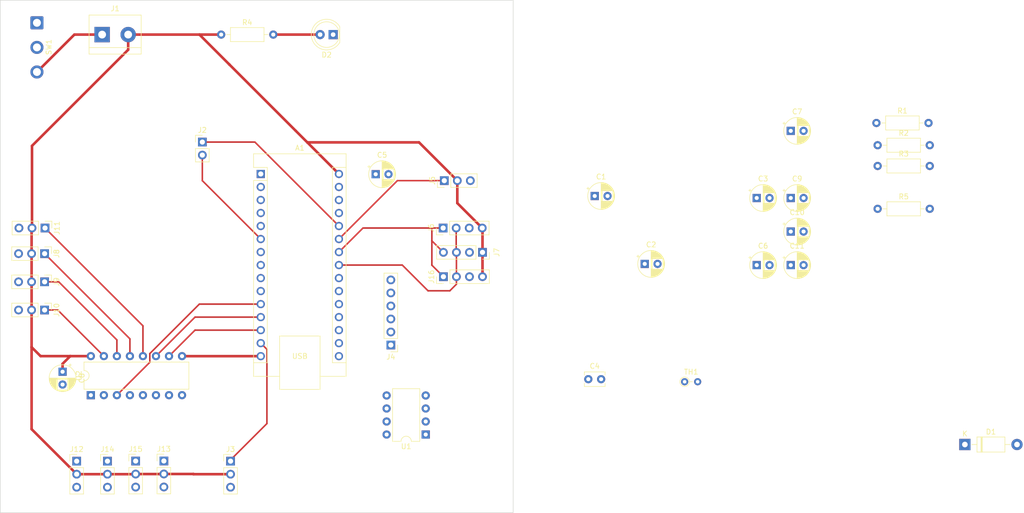
<source format=kicad_pcb>
(kicad_pcb (version 20240108) (generator "pcbnew") (generator_version "8.0")
  (layers (0 "F.Cu" signal) (31 "B.Cu" signal) (34 "B.Paste" user) (35 "F.Paste" user) (36 "B.SilkS" user "B.Silkscreen") (37 "F.SilkS" user "F.Silkscreen") (38 "B.Mask" user) (39 "F.Mask" user) (44 "Edge.Cuts" user))
  (net 0 "")
  (net 1 "/ADC7")
  (net 2 "/SCL")
  (net 3 "/OC2B")
  (net 4 "/IN2")
  (net 6 "/IN3")
  (net 7 "/OC0A")
  (net 10 "/IN1")
  (net 11 "/OC0B")
  (net 12 "/IN4")
  (net 14 "GND")
  (net 15 "/C")
  (net 16 "/A")
  (net 18 "+5V")
  (net 21 "/OC2A")
  (net 22 "/NTC_Vout(ADC3)")
  (net 26 "/SDA")
  (net 27 "/Echo&Trig")
  (net 29 "/ADC6")
  (net 30 "/B")
  (net 31 "Net-(U1--)")
  (net 34 "Net-(D2-A)")
  (net 35 "Net-(J1-Pin_1)")
  (net 36 "Net-(U1-+)")
  (net 40 "Net-(J8-Pin_1)")
  (net 41 "Net-(J9-Pin_1)")
  (net 42 "Net-(J10-Pin_1)")
  (net 43 "Net-(J11-Pin_1)")
  (net 44 "Net-(J12-Pin_1)")
  (net 45 "Net-(J13-Pin_1)")
  (net 46 "Net-(J14-Pin_1)")
  (net 47 "Net-(J15-Pin_1)")
  (footprint "Capacitor_THT:CP_Radial_D5.0mm_P2.50mm" (layer "F.Cu") (at 217.579775 88.89)
    (property "Reference" "C3" (at 1.25 -3.75 0) (layer "F.SilkS"))
    (property "Value" "0.1uF")
    (pad "1" thru_hole rect (at 0 0) (size 1.6 1.6) (drill 0.8) (layers "*.Cu" "*.Mask") (net 18 "+5V"))
    (pad "2" thru_hole circle (at 2.5 0) (size 1.6 1.6) (drill 0.8) (layers "*.Cu" "*.Mask") (net 14 "GND"))
  )
  (footprint "Capacitor_THT:C_Disc_D3.8mm_W2.6mm_P2.50mm" (layer "F.Cu") (at 184.75 124.25)
    (property "Reference" "C4" (at 1.25 -2.55 0) (layer "F.SilkS"))
    (property "Value" "C")
    (pad "1" thru_hole circle (at 0 0) (size 1.6 1.6) (drill 0.8) (layers "*.Cu" "*.Mask") (net 31 "Net-(U1--)"))
    (pad "2" thru_hole circle (at 2.5 0) (size 1.6 1.6) (drill 0.8) (layers "*.Cu" "*.Mask") (net 22 "/NTC_Vout(ADC3)"))
  )
  (footprint "Capacitor_THT:CP_Radial_D5.0mm_P2.50mm" (layer "F.Cu") (at 143.294888 84.25)
    (property "Reference" "C5" (at 1.25 -3.75 360) (layer "F.SilkS"))
    (property "Value" "0.1uF")
    (pad "1" thru_hole rect (at 0 0) (size 1.6 1.6) (drill 0.8) (layers "*.Cu" "*.Mask") (net 18 "+5V"))
    (pad "2" thru_hole circle (at 2.5 0) (size 1.6 1.6) (drill 0.8) (layers "*.Cu" "*.Mask") (net 14 "GND"))
  )
  (footprint "Resistor_THT:R_Axial_DIN0207_L6.3mm_D2.5mm_P10.16mm_Horizontal" (layer "F.Cu") (at 241.16 91)
    (property "Reference" "R5" (at 5.08 -2.37 0) (layer "F.SilkS"))
    (property "Value" "R")
    (pad "1" thru_hole circle (at 0 0) (size 1.6 1.6) (drill 0.8) (layers "*.Cu" "*.Mask") (net 22 "/NTC_Vout(ADC3)"))
    (pad "2" thru_hole oval (at 10.16 0) (size 1.6 1.6) (drill 0.8) (layers "*.Cu" "*.Mask") (net 31 "Net-(U1--)"))
  )
  (footprint "Connector_PinHeader_2.54mm:PinHeader_1x03_P2.54mm_Vertical" (layer "F.Cu") (at 78.75 110.75 -90)
    (property "Reference" "J10" (at 0 -2.33 90) (layer "F.SilkS"))
    (property "Value" "Conn_01x03_Pin")
    (pad "1" thru_hole rect (at 0 0 270) (size 1.7 1.7) (drill 1) (layers "*.Cu" "*.Mask") (net 42 "Net-(J10-Pin_1)"))
    (pad "2" thru_hole oval (at 0 2.54 270) (size 1.7 1.7) (drill 1) (layers "*.Cu" "*.Mask") (net 18 "+5V"))
    (pad "3" thru_hole oval (at 0 5.08 270) (size 1.7 1.7) (drill 1) (layers "*.Cu" "*.Mask") (net 14 "GND"))
  )
  (footprint "Capacitor_THT:CP_Radial_D5.0mm_P2.50mm" (layer "F.Cu") (at 186 88.5)
    (property "Reference" "C1" (at 1.25 -3.75 0) (layer "F.SilkS"))
    (property "Value" "0.1uF")
    (pad "1" thru_hole rect (at 0 0) (size 1.6 1.6) (drill 0.8) (layers "*.Cu" "*.Mask") (net 18 "+5V"))
    (pad "2" thru_hole circle (at 2.5 0) (size 1.6 1.6) (drill 0.8) (layers "*.Cu" "*.Mask") (net 14 "GND"))
  )
  (footprint "Connector_Wire:SolderWire-0.75sqmm_1x03_P4.8mm_D1.25mm_OD2.3mm" (layer "F.Cu") (at 77.25 54.7 -90)
    (property "Reference" "SW1" (at 4.74 -2.32 90) (layer "F.SilkS"))
    (property "Value" "SW_SPDT")
    (pad "1" thru_hole roundrect (at 0 0 270) (size 2.55 2.55) (drill 1.55) (layers "*.Cu" "*.Mask") (roundrect_rratio 0.098039))
    (pad "2" thru_hole circle (at 4.8 0 270) (size 2.55 2.55) (drill 1.55) (layers "*.Cu" "*.Mask") (net 14 "GND"))
    (pad "3" thru_hole circle (at 9.6 0 270) (size 2.55 2.55) (drill 1.55) (layers "*.Cu" "*.Mask") (net 35 "Net-(J1-Pin_1)"))
  )
  (footprint "Capacitor_THT:CP_Radial_D5.0mm_P2.50mm" (layer "F.Cu") (at 224.21955 101.99)
    (property "Reference" "C11" (at 1.25 -3.75 0) (layer "F.SilkS"))
    (property "Value" "0.1uF")
    (pad "1" thru_hole rect (at 0 0) (size 1.6 1.6) (drill 0.8) (layers "*.Cu" "*.Mask") (net 18 "+5V"))
    (pad "2" thru_hole circle (at 2.5 0) (size 1.6 1.6) (drill 0.8) (layers "*.Cu" "*.Mask") (net 14 "GND"))
  )
  (footprint "Capacitor_THT:CP_Radial_D5.0mm_P2.50mm" (layer "F.Cu") (at 217.579775 101.99)
    (property "Reference" "C6" (at 1.25 -3.75 0) (layer "F.SilkS"))
    (property "Value" "0.1uF")
    (pad "1" thru_hole rect (at 0 0) (size 1.6 1.6) (drill 0.8) (layers "*.Cu" "*.Mask") (net 18 "+5V"))
    (pad "2" thru_hole circle (at 2.5 0) (size 1.6 1.6) (drill 0.8) (layers "*.Cu" "*.Mask") (net 14 "GND"))
  )
  (footprint "Connector_PinHeader_2.54mm:PinHeader_1x03_P2.54mm_Vertical" (layer "F.Cu") (at 102 140.21)
    (property "Reference" "J13" (at 0 -2.33 360) (layer "F.SilkS"))
    (property "Value" "Conn_01x03_Pin")
    (pad "1" thru_hole rect (at 0 0) (size 1.7 1.7) (drill 1) (layers "*.Cu" "*.Mask") (net 45 "Net-(J13-Pin_1)"))
    (pad "2" thru_hole oval (at 0 2.54) (size 1.7 1.7) (drill 1) (layers "*.Cu" "*.Mask") (net 18 "+5V"))
    (pad "3" thru_hole oval (at 0 5.08) (size 1.7 1.7) (drill 1) (layers "*.Cu" "*.Mask") (net 14 "GND"))
  )
  (footprint "TerminalBlock:TerminalBlock_bornier-2_P5.08mm" (layer "F.Cu") (at 89.96 57)
    (property "Reference" "J1" (at 2.54 -5.08 360) (layer "F.SilkS"))
    (property "Value" "Power Input")
    (pad "1" thru_hole rect (at 0 0) (size 3 3) (drill 1.52) (layers "*.Cu" "*.Mask") (net 35 "Net-(J1-Pin_1)"))
    (pad "2" thru_hole circle (at 5.08 0) (size 3 3) (drill 1.52) (layers "*.Cu" "*.Mask") (net 18 "+5V"))
  )
  (footprint "Connector_PinHeader_2.54mm:PinHeader_1x04_P2.54mm_Vertical" (layer "F.Cu") (at 156.5 104.25 90)
    (property "Reference" "J16" (at 0 -2.33 90) (layer "F.SilkS"))
    (property "Value" "Spare I2C PINS")
    (pad "1" thru_hole rect (at 0 0 90) (size 1.7 1.7) (drill 1) (layers "*.Cu" "*.Mask") (net 2 "/SCL"))
    (pad "2" thru_hole oval (at 0 2.54 90) (size 1.7 1.7) (drill 1) (layers "*.Cu" "*.Mask") (net 26 "/SDA"))
    (pad "3" thru_hole oval (at 0 5.08 90) (size 1.7 1.7) (drill 1) (layers "*.Cu" "*.Mask") (net 14 "GND"))
    (pad "4" thru_hole oval (at 0 7.62 90) (size 1.7 1.7) (drill 1) (layers "*.Cu" "*.Mask") (net 18 "+5V"))
  )
  (footprint "Package_DIP:DIP-8_W7.62mm" (layer "F.Cu") (at 153.05 135.05 180)
    (property "Reference" "U1" (at 3.81 -2.33 360) (layer "F.SilkS"))
    (property "Value" "~")
    (pad "1" thru_hole rect (at 0 0 180) (size 1.6 1.6) (drill 0.8) (layers "*.Cu" "*.Mask") (net 36 "Net-(U1-+)"))
    (pad "2" thru_hole oval (at 0 2.54 180) (size 1.6 1.6) (drill 0.8) (layers "*.Cu" "*.Mask") (net 31 "Net-(U1--)"))
    (pad "3" thru_hole oval (at 0 5.08 180) (size 1.6 1.6) (drill 0.8) (layers "*.Cu" "*.Mask") (net 18 "+5V"))
    (pad "4" thru_hole oval (at 0 7.62 180) (size 1.6 1.6) (drill 0.8) (layers "*.Cu" "*.Mask") (net 14 "GND"))
    (pad "5" thru_hole oval (at 7.62 7.62 180) (size 1.6 1.6) (drill 0.8) (layers "*.Cu" "*.Mask") (net 22 "/NTC_Vout(ADC3)"))
    (pad "6" thru_hole oval (at 7.62 5.08 180) (size 1.6 1.6) (drill 0.8) (layers "*.Cu" "*.Mask"))
    (pad "7" thru_hole oval (at 7.62 2.54 180) (size 1.6 1.6) (drill 0.8) (layers "*.Cu" "*.Mask"))
    (pad "8" thru_hole oval (at 7.62 0 180) (size 1.6 1.6) (drill 0.8) (layers "*.Cu" "*.Mask"))
  )
  (footprint "Capacitor_THT:CP_Radial_D5.0mm_P2.50mm" (layer "F.Cu") (at 195.75 101.75)
    (property "Reference" "C2" (at 1.25 -3.75 0) (layer "F.SilkS"))
    (property "Value" "10uF")
    (pad "1" thru_hole rect (at 0 0) (size 1.6 1.6) (drill 0.8) (layers "*.Cu" "*.Mask") (net 18 "+5V"))
    (pad "2" thru_hole circle (at 2.5 0) (size 1.6 1.6) (drill 0.8) (layers "*.Cu" "*.Mask") (net 14 "GND"))
  )
  (footprint "Connector_PinSocket_2.54mm:PinSocket_1x04_P2.54mm_Vertical" (layer "F.Cu") (at 164.12 99.5 -90)
    (property "Reference" "J7" (at 0 -2.77 90) (layer "F.SilkS"))
    (property "Value" "GPS Module")
    (pad "1" thru_hole rect (at 0 0 270) (size 1.7 1.7) (drill 1) (layers "*.Cu" "*.Mask") (net 18 "+5V"))
    (pad "2" thru_hole oval (at 0 2.54 270) (size 1.7 1.7) (drill 1) (layers "*.Cu" "*.Mask") (net 14 "GND"))
    (pad "3" thru_hole oval (at 0 5.08 270) (size 1.7 1.7) (drill 1) (layers "*.Cu" "*.Mask") (net 26 "/SDA"))
    (pad "4" thru_hole oval (at 0 7.62 270) (size 1.7 1.7) (drill 1) (layers "*.Cu" "*.Mask") (net 2 "/SCL"))
  )
  (footprint "Connector_PinHeader_2.54mm:PinHeader_1x03_P2.54mm_Vertical" (layer "F.Cu") (at 85 140.25)
    (property "Reference" "J12" (at 0 -2.33 360) (layer "F.SilkS"))
    (property "Value" "Conn_01x03_Pin")
    (pad "1" thru_hole rect (at 0 0) (size 1.7 1.7) (drill 1) (layers "*.Cu" "*.Mask") (net 44 "Net-(J12-Pin_1)"))
    (pad "2" thru_hole oval (at 0 2.54) (size 1.7 1.7) (drill 1) (layers "*.Cu" "*.Mask") (net 18 "+5V"))
    (pad "3" thru_hole oval (at 0 5.08) (size 1.7 1.7) (drill 1) (layers "*.Cu" "*.Mask") (net 14 "GND"))
  )
  (footprint "Capacitor_THT:CP_Radial_D5.0mm_P2.50mm" (layer "F.Cu") (at 224.21955 88.89)
    (property "Reference" "C9" (at 1.25 -3.75 0) (layer "F.SilkS"))
    (property "Value" "0.1uF")
    (pad "1" thru_hole rect (at 0 0) (size 1.6 1.6) (drill 0.8) (layers "*.Cu" "*.Mask") (net 18 "+5V"))
    (pad "2" thru_hole circle (at 2.5 0) (size 1.6 1.6) (drill 0.8) (layers "*.Cu" "*.Mask") (net 14 "GND"))
  )
  (footprint "Connector_PinHeader_2.54mm:PinHeader_1x03_P2.54mm_Vertical" (layer "F.Cu") (at 91 140.25)
    (property "Reference" "J14" (at 0 -2.33 360) (layer "F.SilkS"))
    (property "Value" "Conn_01x03_Pin")
    (pad "1" thru_hole rect (at 0 0) (size 1.7 1.7) (drill 1) (layers "*.Cu" "*.Mask") (net 46 "Net-(J14-Pin_1)"))
    (pad "2" thru_hole oval (at 0 2.54) (size 1.7 1.7) (drill 1) (layers "*.Cu" "*.Mask") (net 18 "+5V"))
    (pad "3" thru_hole oval (at 0 5.08) (size 1.7 1.7) (drill 1) (layers "*.Cu" "*.Mask") (net 14 "GND"))
  )
  (footprint "Connector_PinHeader_2.54mm:PinHeader_1x03_P2.54mm_Vertical" (layer "F.Cu") (at 78.75 99.75 -90)
    (property "Reference" "J8" (at 0 -2.33 90) (layer "F.SilkS"))
    (property "Value" "Conn_01x03_Pin")
    (pad "1" thru_hole rect (at 0 0 270) (size 1.7 1.7) (drill 1) (layers "*.Cu" "*.Mask") (net 40 "Net-(J8-Pin_1)"))
    (pad "2" thru_hole oval (at 0 2.54 270) (size 1.7 1.7) (drill 1) (layers "*.Cu" "*.Mask") (net 18 "+5V"))
    (pad "3" thru_hole oval (at 0 5.08 270) (size 1.7 1.7) (drill 1) (layers "*.Cu" "*.Mask") (net 14 "GND"))
  )
  (footprint "Capacitor_THT:CP_Radial_D5.0mm_P2.50mm" (layer "F.Cu") (at 224.21955 75.79)
    (property "Reference" "C7" (at 1.25 -3.75 0) (layer "F.SilkS"))
    (property "Value" "0.1uF")
    (pad "1" thru_hole rect (at 0 0) (size 1.6 1.6) (drill 0.8) (layers "*.Cu" "*.Mask") (net 18 "+5V"))
    (pad "2" thru_hole circle (at 2.5 0) (size 1.6 1.6) (drill 0.8) (layers "*.Cu" "*.Mask") (net 14 "GND"))
  )
  (footprint "Connector_PinHeader_2.54mm:PinHeader_1x06_P2.54mm_Vertical" (layer "F.Cu") (at 146.25 117.58 180)
    (property "Reference" "J4" (at 0 -2.33 360) (layer "F.SilkS"))
    (property "Value" "L298N Module")
    (pad "1" thru_hole rect (at 0 0 180) (size 1.7 1.7) (drill 1) (layers "*.Cu" "*.Mask") (net 7 "/OC0A"))
    (pad "2" thru_hole oval (at 0 2.54 180) (size 1.7 1.7) (drill 1) (layers "*.Cu" "*.Mask") (net 10 "/IN1"))
    (pad "3" thru_hole oval (at 0 5.08 180) (size 1.7 1.7) (drill 1) (layers "*.Cu" "*.Mask") (net 4 "/IN2"))
    (pad "4" thru_hole oval (at 0 7.62 180) (size 1.7 1.7) (drill 1) (layers "*.Cu" "*.Mask") (net 6 "/IN3"))
    (pad "5" thru_hole oval (at 0 10.16 180) (size 1.7 1.7) (drill 1) (layers "*.Cu" "*.Mask") (net 12 "/IN4"))
    (pad "6" thru_hole oval (at 0 12.7 180) (size 1.7 1.7) (drill 1) (layers "*.Cu" "*.Mask") (net 11 "/OC0B"))
  )
  (footprint "Module:Arduino_Nano" (layer "F.Cu") (at 120.89 84.2)
    (property "Reference" "A1" (at 7.62 -5.08 0) (layer "F.SilkS"))
    (property "Value" "Arduino_Nano_v3.x")
    (fp_text user "USB" (at 7.62 35.56 0) (layer "F.SilkS"))
    (pad "1" thru_hole rect (at 0 0) (size 1.6 1.6) (drill 1) (layers "*.Cu" "*.Mask"))
    (pad "2" thru_hole oval (at 0 2.54) (size 1.6 1.6) (drill 1) (layers "*.Cu" "*.Mask"))
    (pad "3" thru_hole oval (at 0 5.08) (size 1.6 1.6) (drill 1) (layers "*.Cu" "*.Mask"))
    (pad "4" thru_hole oval (at 0 7.62) (size 1.6 1.6) (drill 1) (layers "*.Cu" "*.Mask") (net 14 "GND"))
    (pad "5" thru_hole oval (at 0 10.16) (size 1.6 1.6) (drill 1) (layers "*.Cu" "*.Mask"))
    (pad "6" thru_hole oval (at 0 12.7) (size 1.6 1.6) (drill 1) (layers "*.Cu" "*.Mask") (net 3 "/OC2B"))
    (pad "7" thru_hole oval (at 0 15.24) (size 1.6 1.6) (drill 1) (layers "*.Cu" "*.Mask"))
    (pad "8" thru_hole oval (at 0 17.78) (size 1.6 1.6) (drill 1) (layers "*.Cu" "*.Mask") (net 11 "/OC0B"))
    (pad "9" thru_hole oval (at 0 20.32) (size 1.6 1.6) (drill 1) (layers "*.Cu" "*.Mask") (net 7 "/OC0A"))
    (pad "10" thru_hole oval (at 0 22.86) (size 1.6 1.6) (drill 1) (layers "*.Cu" "*.Mask"))
    (pad "11" thru_hole oval (at 0 25.4) (size 1.6 1.6) (drill 1) (layers "*.Cu" "*.Mask") (net 27 "/Echo&Trig"))
    (pad "12" thru_hole oval (at 0 27.94) (size 1.6 1.6) (drill 1) (layers "*.Cu" "*.Mask") (net 16 "/A"))
    (pad "13" thru_hole oval (at 0 30.48) (size 1.6 1.6) (drill 1) (layers "*.Cu" "*.Mask") (net 30 "/B"))
    (pad "14" thru_hole oval (at 0 33.02) (size 1.6 1.6) (drill 1) (layers "*.Cu" "*.Mask") (net 21 "/OC2A"))
    (pad "15" thru_hole oval (at 0 35.56) (size 1.6 1.6) (drill 1) (layers "*.Cu" "*.Mask") (net 15 "/C"))
    (pad "16" thru_hole oval (at 15.24 35.56) (size 1.6 1.6) (drill 1) (layers "*.Cu" "*.Mask") (net 10 "/IN1"))
    (pad "17" thru_hole oval (at 15.24 33.02) (size 1.6 1.6) (drill 1) (layers "*.Cu" "*.Mask"))
    (pad "18" thru_hole oval (at 15.24 30.48) (size 1.6 1.6) (drill 1) (layers "*.Cu" "*.Mask"))
    (pad "19" thru_hole oval (at 15.24 27.94) (size 1.6 1.6) (drill 1) (layers "*.Cu" "*.Mask") (net 4 "/IN2"))
    (pad "20" thru_hole oval (at 15.24 25.4) (size 1.6 1.6) (drill 1) (layers "*.Cu" "*.Mask") (net 6 "/IN3"))
    (pad "21" thru_hole oval (at 15.24 22.86) (size 1.6 1.6) (drill 1) (layers "*.Cu" "*.Mask") (net 12 "/IN4"))
    (pad "22" thru_hole oval (at 15.24 20.32) (size 1.6 1.6) (drill 1) (layers "*.Cu" "*.Mask") (net 22 "/NTC_Vout(ADC3)"))
    (pad "23" thru_hole oval (at 15.24 17.78) (size 1.6 1.6) (drill 1) (layers "*.Cu" "*.Mask") (net 26 "/SDA"))
    (pad "24" thru_hole oval (at 15.24 15.24) (size 1.6 1.6) (drill 1) (layers "*.Cu" "*.Mask") (net 2 "/SCL"))
    (pad "25" thru_hole oval (at 15.24 12.7) (size 1.6 1.6) (drill 1) (layers "*.Cu" "*.Mask") (net 29 "/ADC6"))
    (pad "26" thru_hole oval (at 15.24 10.16) (size 1.6 1.6) (drill 1) (layers "*.Cu" "*.Mask") (net 1 "/ADC7"))
    (pad "27" thru_hole oval (at 15.24 7.62) (size 1.6 1.6) (drill 1) (layers "*.Cu" "*.Mask"))
    (pad "28" thru_hole oval (at 15.24 5.08) (size 1.6 1.6) (drill 1) (layers "*.Cu" "*.Mask"))
    (pad "29" thru_hole oval (at 15.24 2.54) (size 1.6 1.6) (drill 1) (layers "*.Cu" "*.Mask"))
    (pad "30" thru_hole oval (at 15.24 0) (size 1.6 1.6) (drill 1) (layers "*.Cu" "*.Mask") (net 18 "+5V"))
  )
  (footprint "Resistor_THT:R_Axial_DIN0207_L6.3mm_D2.5mm_P10.16mm_Horizontal" (layer "F.Cu") (at 241.16 82.64)
    (property "Reference" "R3" (at 5.08 -2.37 0) (layer "F.SilkS"))
    (property "Value" "R")
    (pad "1" thru_hole circle (at 0 0) (size 1.6 1.6) (drill 0.8) (layers "*.Cu" "*.Mask") (net 31 "Net-(U1--)"))
    (pad "2" thru_hole oval (at 10.16 0) (size 1.6 1.6) (drill 0.8) (layers "*.Cu" "*.Mask") (net 14 "GND"))
  )
  (footprint "Connector_PinHeader_2.54mm:PinHeader_1x03_P2.54mm_Vertical" (layer "F.Cu") (at 156.67 85.5 90)
    (property "Reference" "J5" (at 0 -2.33 90) (layer "F.SilkS"))
    (property "Value" "Gate Sensor")
    (pad "1" thru_hole rect (at 0 0 90) (size 1.7 1.7) (drill 1) (layers "*.Cu" "*.Mask") (net 29 "/ADC6"))
    (pad "2" thru_hole oval (at 0 2.54 90) (size 1.7 1.7) (drill 1) (layers "*.Cu" "*.Mask") (net 18 "+5V"))
    (pad "3" thru_hole oval (at 0 5.08 90) (size 1.7 1.7) (drill 1) (layers "*.Cu" "*.Mask") (net 14 "GND"))
  )
  (footprint "LED_THT:LED_D5.0mm" (layer "F.Cu") (at 135 57 180)
    (property "Reference" "D2" (at 1.27 -3.96 360) (layer "F.SilkS"))
    (property "Value" "LED")
    (pad "1" thru_hole rect (at 0 0 180) (size 1.8 1.8) (drill 0.9) (layers "*.Cu" "*.Mask") (net 14 "GND"))
    (pad "2" thru_hole circle (at 2.54 0 180) (size 1.8 1.8) (drill 0.9) (layers "*.Cu" "*.Mask") (net 34 "Net-(D2-A)"))
  )
  (footprint "Resistor_THT:R_Axial_DIN0207_L6.3mm_D2.5mm_P10.16mm_Horizontal" (layer "F.Cu") (at 240.92 74.25)
    (property "Reference" "R1" (at 5.08 -2.37 0) (layer "F.SilkS"))
    (property "Value" "R")
    (pad "1" thru_hole circle (at 0 0) (size 1.6 1.6) (drill 0.8) (layers "*.Cu" "*.Mask") (net 36 "Net-(U1-+)"))
    (pad "2" thru_hole oval (at 10.16 0) (size 1.6 1.6) (drill 0.8) (layers "*.Cu" "*.Mask") (net 14 "GND"))
  )
  (footprint "Connector_PinHeader_2.54mm:PinHeader_1x04_P2.54mm_Vertical" (layer "F.Cu") (at 156.45 94.75 90)
    (property "Reference" "J6" (at 0 -2.33 90) (layer "F.SilkS"))
    (property "Value" "Magnometer")
    (pad "1" thru_hole rect (at 0 0 90) (size 1.7 1.7) (drill 1) (layers "*.Cu" "*.Mask") (net 2 "/SCL"))
    (pad "2" thru_hole oval (at 0 2.54 90) (size 1.7 1.7) (drill 1) (layers "*.Cu" "*.Mask") (net 26 "/SDA"))
    (pad "3" thru_hole oval (at 0 5.08 90) (size 1.7 1.7) (drill 1) (layers "*.Cu" "*.Mask") (net 14 "GND"))
    (pad "4" thru_hole oval (at 0 7.62 90) (size 1.7 1.7) (drill 1) (layers "*.Cu" "*.Mask") (net 18 "+5V"))
  )
  (footprint "Resistor_THT:R_Axial_DIN0207_L6.3mm_D2.5mm_P10.16mm_Horizontal" (layer "F.Cu") (at 113.17 57)
    (property "Reference" "R4" (at 5.08 -2.37 0) (layer "F.SilkS"))
    (property "Value" "R")
    (pad "1" thru_hole circle (at 0 0) (size 1.6 1.6) (drill 0.8) (layers "*.Cu" "*.Mask") (net 18 "+5V"))
    (pad "2" thru_hole oval (at 10.16 0) (size 1.6 1.6) (drill 0.8) (layers "*.Cu" "*.Mask") (net 34 "Net-(D2-A)"))
  )
  (footprint "Connector_PinHeader_2.54mm:PinHeader_1x03_P2.54mm_Vertical" (layer "F.Cu") (at 78.75 105.25 -90)
    (property "Reference" "J9" (at 0 -2.33 90) (layer "F.SilkS"))
    (property "Value" "Conn_01x03_Pin")
    (pad "1" thru_hole rect (at 0 0 270) (size 1.7 1.7) (drill 1) (layers "*.Cu" "*.Mask") (net 41 "Net-(J9-Pin_1)"))
    (pad "2" thru_hole oval (at 0 2.54 270) (size 1.7 1.7) (drill 1) (layers "*.Cu" "*.Mask") (net 18 "+5V"))
    (pad "3" thru_hole oval (at 0 5.08 270) (size 1.7 1.7) (drill 1) (layers "*.Cu" "*.Mask") (net 14 "GND"))
  )
  (footprint "Capacitor_THT:CP_Radial_D5.0mm_P2.50mm" (layer "F.Cu") (at 82.25 122.794888 -90)
    (property "Reference" "C8" (at 1.25 -3.75 90) (layer "F.SilkS"))
    (property "Value" "0.1uF")
    (pad "1" thru_hole rect (at 0 0 270) (size 1.6 1.6) (drill 0.8) (layers "*.Cu" "*.Mask") (net 18 "+5V"))
    (pad "2" thru_hole circle (at 2.5 0 270) (size 1.6 1.6) (drill 0.8) (layers "*.Cu" "*.Mask") (net 14 "GND"))
  )
  (footprint "Resistor_THT:R_Axial_DIN0207_L6.3mm_D2.5mm_P10.16mm_Horizontal" (layer "F.Cu") (at 241.16 78.59)
    (property "Reference" "R2" (at 5.08 -2.37 0) (layer "F.SilkS"))
    (property "Value" "R")
    (pad "1" thru_hole circle (at 0 0) (size 1.6 1.6) (drill 0.8) (layers "*.Cu" "*.Mask") (net 18 "+5V"))
    (pad "2" thru_hole oval (at 10.16 0) (size 1.6 1.6) (drill 0.8) (layers "*.Cu" "*.Mask") (net 31 "Net-(U1--)"))
  )
  (footprint "Connector_PinHeader_2.54mm:PinHeader_1x03_P2.54mm_Vertical" (layer "F.Cu") (at 96.5 140.225)
    (property "Reference" "J15" (at 0 -2.33 360) (layer "F.SilkS"))
    (property "Value" "Conn_01x03_Pin")
    (pad "1" thru_hole rect (at 0 0) (size 1.7 1.7) (drill 1) (layers "*.Cu" "*.Mask") (net 47 "Net-(J15-Pin_1)"))
    (pad "2" thru_hole oval (at 0 2.54) (size 1.7 1.7) (drill 1) (layers "*.Cu" "*.Mask") (net 18 "+5V"))
    (pad "3" thru_hole oval (at 0 5.08) (size 1.7 1.7) (drill 1) (layers "*.Cu" "*.Mask") (net 14 "GND"))
  )
  (footprint "Diode_THT:D_DO-41_SOD81_P10.16mm_Horizontal" (layer "F.Cu") (at 258.17 137)
    (property "Reference" "D1" (at 5.08 -2.47 0) (layer "F.SilkS"))
    (property "Value" "D_Shockley")
    (fp_text user "K" (at 0 -2.1 0) (layer "F.SilkS"))
    (pad "1" thru_hole rect (at 0 0) (size 2.2 2.2) (drill 1.1) (layers "*.Cu" "*.Mask"))
    (pad "2" thru_hole oval (at 10.16 0) (size 2.2 2.2) (drill 1.1) (layers "*.Cu" "*.Mask"))
  )
  (footprint "Connector_PinHeader_2.54mm:PinHeader_1x03_P2.54mm_Vertical" (layer "F.Cu") (at 78.83 94.75 -90)
    (property "Reference" "J11" (at 0 -2.33 90) (layer "F.SilkS"))
    (property "Value" "Conn_01x03_Pin")
    (pad "1" thru_hole rect (at 0 0 270) (size 1.7 1.7) (drill 1) (layers "*.Cu" "*.Mask") (net 43 "Net-(J11-Pin_1)"))
    (pad "2" thru_hole oval (at 0 2.54 270) (size 1.7 1.7) (drill 1) (layers "*.Cu" "*.Mask") (net 18 "+5V"))
    (pad "3" thru_hole oval (at 0 5.08 270) (size 1.7 1.7) (drill 1) (layers "*.Cu" "*.Mask") (net 14 "GND"))
  )
  (footprint "Capacitor_THT:CP_Radial_D5.0mm_P2.50mm" (layer "F.Cu") (at 224.21955 95.44)
    (property "Reference" "C10" (at 1.25 -3.75 0) (layer "F.SilkS"))
    (property "Value" "0.1uF")
    (pad "1" thru_hole rect (at 0 0) (size 1.6 1.6) (drill 0.8) (layers "*.Cu" "*.Mask") (net 18 "+5V"))
    (pad "2" thru_hole circle (at 2.5 0) (size 1.6 1.6) (drill 0.8) (layers "*.Cu" "*.Mask") (net 14 "GND"))
  )
  (footprint "Resistor_THT:R_Axial_DIN0204_L3.6mm_D1.6mm_P2.54mm_Vertical" (layer "F.Cu") (at 203.53 124.75)
    (property "Reference" "TH1" (at 1.27 -1.92 0) (layer "F.SilkS"))
    (property "Value" "Thermistor_NTC")
    (pad "1" thru_hole circle (at 0 0) (size 1.4 1.4) (drill 0.7) (layers "*.Cu" "*.Mask") (net 36 "Net-(U1-+)"))
    (pad "2" thru_hole oval (at 2.54 0) (size 1.4 1.4) (drill 0.7) (layers "*.Cu" "*.Mask") (net 18 "+5V"))
  )
  (footprint "Connector_PinHeader_2.54mm:PinHeader_1x02_P2.54mm_Vertical" (layer "F.Cu") (at 109.5 77.975)
    (property "Reference" "J2" (at 0 -2.33 360) (layer "F.SilkS"))
    (property "Value" "2nd PCB")
    (pad "1" thru_hole rect (at 0 0) (size 1.7 1.7) (drill 1) (layers "*.Cu" "*.Mask") (net 1 "/ADC7"))
    (pad "2" thru_hole oval (at 0 2.54) (size 1.7 1.7) (drill 1) (layers "*.Cu" "*.Mask") (net 3 "/OC2B"))
  )
  (footprint "Package_DIP:DIP-16_W7.62mm" (layer "F.Cu") (at 87.76 127.37 90)
    (property "Reference" "U2" (at 3.81 -2.33 90) (layer "F.SilkS"))
    (property "Value" "CD4051B")
    (pad "1" thru_hole rect (at 0 0 90) (size 1.6 1.6) (drill 0.8) (layers "*.Cu" "*.Mask") (net 44 "Net-(J12-Pin_1)"))
    (pad "2" thru_hole oval (at 0 2.54 90) (size 1.6 1.6) (drill 0.8) (layers "*.Cu" "*.Mask") (net 46 "Net-(J14-Pin_1)"))
    (pad "3" thru_hole oval (at 0 5.08 90) (size 1.6 1.6) (drill 0.8) (layers "*.Cu" "*.Mask") (net 27 "/Echo&Trig"))
    (pad "4" thru_hole oval (at 0 7.62 90) (size 1.6 1.6) (drill 0.8) (layers "*.Cu" "*.Mask") (net 47 "Net-(J15-Pin_1)"))
    (pad "5" thru_hole oval (at 0 10.16 90) (size 1.6 1.6) (drill 0.8) (layers "*.Cu" "*.Mask") (net 45 "Net-(J13-Pin_1)"))
    (pad "6" thru_hole oval (at 0 12.7 90) (size 1.6 1.6) (drill 0.8) (layers "*.Cu" "*.Mask"))
    (pad "7" thru_hole oval (at 0 15.24 90) (size 1.6 1.6) (drill 0.8) (layers "*.Cu" "*.Mask"))
    (pad "8" thru_hole oval (at 0 17.78 90) (size 1.6 1.6) (drill 0.8) (layers "*.Cu" "*.Mask") (net 14 "GND"))
    (pad "9" thru_hole oval (at 7.62 17.78 90) (size 1.6 1.6) (drill 0.8) (layers "*.Cu" "*.Mask") (net 15 "/C"))
    (pad "10" thru_hole oval (at 7.62 15.24 90) (size 1.6 1.6) (drill 0.8) (layers "*.Cu" "*.Mask") (net 30 "/B"))
    (pad "11" thru_hole oval (at 7.62 12.7 90) (size 1.6 1.6) (drill 0.8) (layers "*.Cu" "*.Mask") (net 16 "/A"))
    (pad "12" thru_hole oval (at 7.62 10.16 90) (size 1.6 1.6) (drill 0.8) (layers "*.Cu" "*.Mask") (net 43 "Net-(J11-Pin_1)"))
    (pad "13" thru_hole oval (at 7.62 7.62 90) (size 1.6 1.6) (drill 0.8) (layers "*.Cu" "*.Mask") (net 40 "Net-(J8-Pin_1)"))
    (pad "14" thru_hole oval (at 7.62 5.08 90) (size 1.6 1.6) (drill 0.8) (layers "*.Cu" "*.Mask") (net 41 "Net-(J9-Pin_1)"))
    (pad "15" thru_hole oval (at 7.62 2.54 90) (size 1.6 1.6) (drill 0.8) (layers "*.Cu" "*.Mask") (net 42 "Net-(J10-Pin_1)"))
    (pad "16" thru_hole oval (at 7.62 0 90) (size 1.6 1.6) (drill 0.8) (layers "*.Cu" "*.Mask") (net 18 "+5V"))
  )
  (footprint "Connector_PinHeader_2.54mm:PinHeader_1x03_P2.54mm_Vertical" (layer "F.Cu") (at 115 140.25)
    (property "Reference" "J3" (at 0 -2.33 360) (layer "F.SilkS"))
    (property "Value" "Servo Motor")
    (pad "1" thru_hole rect (at 0 0) (size 1.7 1.7) (drill 1) (layers "*.Cu" "*.Mask") (net 21 "/OC2A"))
    (pad "2" thru_hole oval (at 0 2.54) (size 1.7 1.7) (drill 1) (layers "*.Cu" "*.Mask") (net 18 "+5V"))
    (pad "3" thru_hole oval (at 0 5.08) (size 1.7 1.7) (drill 1) (layers "*.Cu" "*.Mask") (net 14 "GND"))
  )
  (gr_rect (start 70.1 50.3) (end 170.1 150.3) (stroke (width 0.1)) (fill none) (layer "Edge.Cuts"))
  (segment (start 109.5 77.975) (end 119.745 77.975) (width 0.3) (layer "F.Cu") (net 1))
  (segment (start 119.745 77.975) (end 136.13 94.36) (width 0.3) (layer "F.Cu") (net 1))
  (segment (start 154.25 94.75) (end 140.82 94.75) (width 0.3) (layer "F.Cu") (net 2))
  (segment (start 154.25 97.25) (end 156.5 99.5) (width 0.3) (layer "F.Cu") (net 2))
  (segment (start 154.25 102) (end 154.25 97.25) (width 0.3) (layer "F.Cu") (net 2))
  (segment (start 140.82 94.75) (end 136.13 99.44) (width 0.3) (layer "F.Cu") (net 2))
  (segment (start 156.5 104.25) (end 154.25 102) (width 0.3) (layer "F.Cu") (net 2))
  (segment (start 156.5 94.8) (end 156.45 94.75) (width 0.3) (layer "F.Cu") (net 2))
  (segment (start 154.25 94.75) (end 154.25 97.25) (width 0.3) (layer "F.Cu") (net 2))
  (segment (start 156.45 94.75) (end 154.25 94.75) (width 0.3) (layer "F.Cu") (net 2))
  (segment (start 109.5 85.51) (end 120.89 96.9) (width 0.3) (layer "F.Cu") (net 3))
  (segment (start 109.5 80.515) (end 109.5 85.51) (width 0.3) (layer "F.Cu") (net 3))
  (segment (start 105.55 119.76) (end 105.54 119.75) (width 0.5) (layer "F.Cu") (net 15))
  (segment (start 120.89 119.76) (end 105.55 119.76) (width 0.5) (layer "F.Cu") (net 15))
  (segment (start 100.46 119.75) (end 108.07 112.14) (width 0.3) (layer "F.Cu") (net 16))
  (segment (start 108.07 112.14) (end 120.89 112.14) (width 0.3) (layer "F.Cu") (net 16))
  (segment (start 107.75 142.75) (end 107.79 142.79) (width 0.5) (layer "F.Cu") (net 18))
  (segment (start 96.485 142.765) (end 96.46 142.79) (width 0.5) (layer "F.Cu") (net 18))
  (segment (start 102 142.75) (end 101.25 142.75) (width 0.5) (layer "F.Cu") (net 18))
  (segment (start 101.235 142.765) (end 96.5 142.765) (width 0.5) (layer "F.Cu") (net 18))
  (segment (start 82.25 121.25) (end 83.75 119.75) (width 0.5) (layer "F.Cu") (net 18))
  (segment (start 91 142.79) (end 85 142.79) (width 0.5) (layer "F.Cu") (net 18))
  (segment (start 96.46 142.79) (end 91 142.79) (width 0.5) (layer "F.Cu") (net 18))
  (segment (start 164.07 94.75) (end 159.21 89.89) (width 0.5) (layer "F.Cu") (net 18))
  (segment (start 77.96 119.75) (end 76.21 118) (width 0.5) (layer "F.Cu") (net 18))
  (segment (start 107.75 142.75) (end 102 142.75) (width 0.5) (layer "F.Cu") (net 18))
  (segment (start 83.75 119.75) (end 77.96 119.75) (width 0.5) (layer "F.Cu") (net 18))
  (segment (start 107.79 142.79) (end 115 142.79) (width 0.5) (layer "F.Cu") (net 18))
  (segment (start 113.17 57) (end 108.93 57) (width 0.5) (layer "F.Cu") (net 18))
  (segment (start 87.76 119.75) (end 83.75 119.75) (width 0.5) (layer "F.Cu") (net 18))
  (segment (start 108.93 57) (end 114.715 62.785) (width 0.5) (layer "F.Cu") (net 18))
  (segment (start 164.12 99.5) (end 164.12 94.8) (width 0.5) (layer "F.Cu") (net 18))
  (segment (start 127.715 75.785) (end 129.965 78.035) (width 0.5) (layer "F.Cu") (net 18))
  (segment (start 114.715 62.785) (end 127.715 75.785) (width 0.5) (layer "F.Cu") (net 18))
  (segment (start 76.21 99.75) (end 76.21 94.83) (width 0.5) (layer "F.Cu") (net 18))
  (segment (start 96.5 142.765) (end 96.485 142.765) (width 0.5) (layer "F.Cu") (net 18))
  (segment (start 164.12 94.8) (end 164.07 94.75) (width 0.5) (layer "F.Cu") (net 18))
  (segment (start 76.21 110.75) (end 76.21 105.25) (width 0.5) (layer "F.Cu") (net 18))
  (segment (start 164.07 99.45) (end 164.12 99.5) (width 0.3) (layer "F.Cu") (net 18))
  (segment (start 129.965 78.035) (end 136.13 84.2) (width 0.5) (layer "F.Cu") (net 18))
  (segment (start 76.29 78.71) (end 76.29 94.75) (width 0.5) (layer "F.Cu") (net 18))
  (segment (start 76.21 134) (end 76.21 118) (width 0.5) (layer "F.Cu") (net 18))
  (segment (start 82.25 122.794888) (end 82.25 121.25) (width 0.5) (layer "F.Cu") (net 18))
  (segment (start 76.21 118) (end 76.21 110.75) (width 0.5) (layer "F.Cu") (net 18))
  (segment (start 95.04 57) (end 108.93 57) (width 0.5) (layer "F.Cu") (net 18))
  (segment (start 159.21 85.5) (end 151.745 78.035) (width 0.5) (layer "F.Cu") (net 18))
  (segment (start 159.21 89.89) (end 159.21 85.5) (width 0.5) (layer "F.Cu") (net 18))
  (segment (start 151.745 78.035) (end 129.965 78.035) (width 0.5) (layer "F.Cu") (net 18))
  (segment (start 114.715 62.785) (end 114.84 62.91) (width 0.5) (layer "F.Cu") (net 18))
  (segment (start 95.04 59.96) (end 76.29 78.71) (width 0.5) (layer "F.Cu") (net 18))
  (segment (start 76.21 94.83) (end 76.29 94.75) (width 0.5) (layer "F.Cu") (net 18))
  (segment (start 95.04 57) (end 95.04 59.96) (width 0.5) (layer "F.Cu") (net 18))
  (segment (start 85 142.79) (end 76.21 134) (width 0.5) (layer "F.Cu") (net 18))
  (segment (start 76.21 105.25) (end 76.21 99.75) (width 0.5) (layer "F.Cu") (net 18))
  (segment (start 101.25 142.75) (end 101.235 142.765) (width 0.5) (layer "F.Cu") (net 18))
  (segment (start 164.12 104.25) (end 164.12 99.5) (width 0.5) (layer "F.Cu") (net 18))
  (segment (start 122.09 118.42) (end 122.09 132.91) (width 0.3) (layer "F.Cu") (net 21))
  (segment (start 120.89 117.22) (end 122.09 118.42) (width 0.3) (layer "F.Cu") (net 21))
  (segment (start 122.09 132.91) (end 115 140) (width 0.3) (layer "F.Cu") (net 21))
  (segment (start 153.5 107) (end 148.48 101.98) (width 0.3) (layer "F.Cu") (net 26))
  (segment (start 148.48 101.98) (end 136.13 101.98) (width 0.3) (layer "F.Cu") (net 26))
  (segment (start 159.04 104.25) (end 159.04 105.71) (width 0.3) (layer "F.Cu") (net 26))
  (segment (start 157.75 107) (end 153.5 107) (width 0.3) (layer "F.Cu") (net 26))
  (segment (start 158.99 99.45) (end 159.04 99.5) (width 0.3) (layer "F.Cu") (net 26))
  (segment (start 158.99 94.75) (end 158.99 99.45) (width 0.3) (layer "F.Cu") (net 26))
  (segment (start 159.04 105.71) (end 157.75 107) (width 0.3) (layer "F.Cu") (net 26))
  (segment (start 159.04 99.5) (end 159.04 104.25) (width 0.3) (layer "F.Cu") (net 26))
  (segment (start 92.84 127.37) (end 99.26 120.95) (width 0.3) (layer "F.Cu") (net 27))
  (segment (start 108.912943 109.6) (end 120.89 109.6) (width 0.3) (layer "F.Cu") (net 27))
  (segment (start 99.26 119.252943) (end 108.912943 109.6) (width 0.3) (layer "F.Cu") (net 27))
  (segment (start 99.26 120.95) (end 99.26 119.252943) (width 0.3) (layer "F.Cu") (net 27))
  (segment (start 147.53 85.5) (end 136.13 96.9) (width 0.3) (layer "F.Cu") (net 29))
  (segment (start 156.67 85.5) (end 147.53 85.5) (width 0.3) (layer "F.Cu") (net 29))
  (segment (start 103 119.75) (end 108.07 114.68) (width 0.3) (layer "F.Cu") (net 30))
  (segment (start 108.07 114.68) (end 120.89 114.68) (width 0.3) (layer "F.Cu") (net 30))
  (segment (start 123.33 57) (end 132.46 57) (width 0.5) (layer "F.Cu") (net 34))
  (segment (start 89.96 57) (end 84.55 57) (width 0.5) (layer "F.Cu") (net 35))
  (segment (start 84.55 57) (end 77.25 64.3) (width 0.5) (layer "F.Cu") (net 35))
  (segment (start 95.38 116.38) (end 78.75 99.75) (width 0.3) (layer "F.Cu") (net 40))
  (segment (start 95.38 119.75) (end 95.38 116.38) (width 0.3) (layer "F.Cu") (net 40))
  (segment (start 92.84 116.59) (end 81.5 105.25) (width 0.3) (layer "F.Cu") (net 41))
  (segment (start 92.84 119.75) (end 92.84 116.59) (width 0.3) (layer "F.Cu") (net 41))
  (segment (start 81.5 105.25) (end 78.75 105.25) (width 0.3) (layer "F.Cu") (net 41))
  (segment (start 81.3 110.75) (end 78.75 110.75) (width 0.3) (layer "F.Cu") (net 42))
  (segment (start 90.3 119.75) (end 81.3 110.75) (width 0.3) (layer "F.Cu") (net 42))
  (segment (start 97.92 113.84) (end 78.83 94.75) (width 0.3) (layer "F.Cu") (net 43))
  (segment (start 97.92 119.75) (end 97.92 113.84) (width 0.3) (layer "F.Cu") (net 43))
)
</source>
